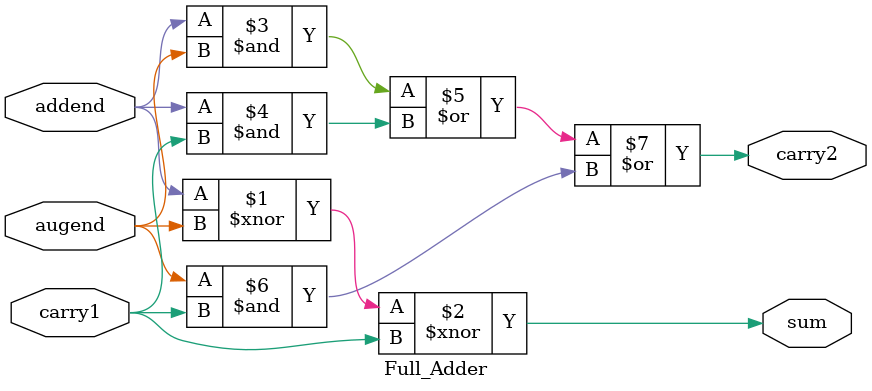
<source format=v>
module Full_Adder(
	input wire addend,
	input wire augend,
	input wire carry1,
	output wire sum,
	output wire carry2
);

assign sum = (addend~^augend~^carry1);


assign carry2=(addend&augend)|(addend&carry1)|(augend&carry1);

endmodule
</source>
